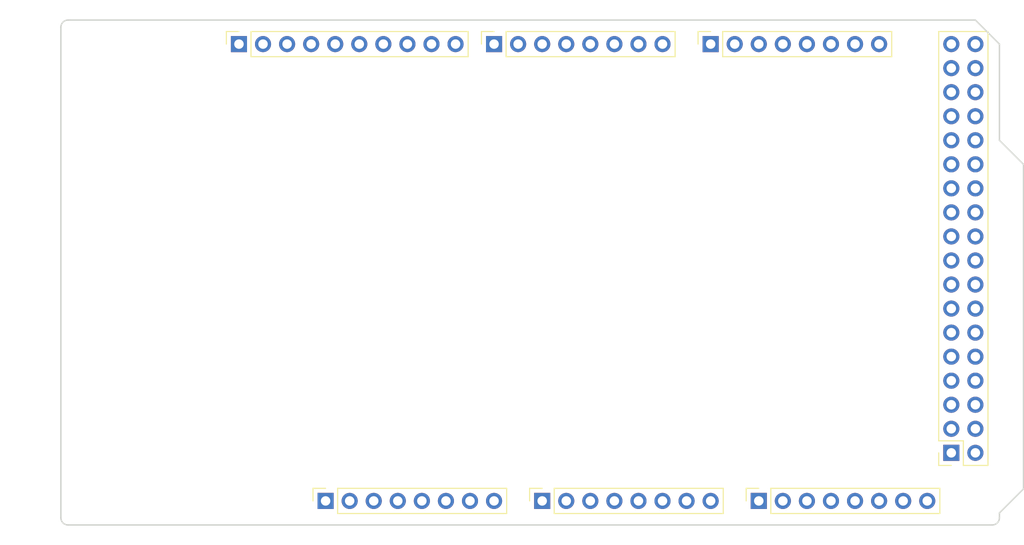
<source format=kicad_pcb>
(kicad_pcb (version 20211014) (generator pcbnew)
  (title_block (date "mar. 31 mars 2015"))
  (layers (0 "F.Cu" signal) (31 "B.Cu" signal) (34 "B.Paste" user) (35 "F.Paste" user) (36 "B.SilkS" user "B.Silkscreen") (37 "F.SilkS" user "F.Silkscreen") (38 "B.Mask" user) (39 "F.Mask" user) (44 "Edge.Cuts" user))
  (net 0 "")
  (net 1 "GND")
  (net 2 "/*52")
  (net 3 "/53")
  (net 4 "/50")
  (net 5 "/51")
  (net 6 "/48")
  (net 7 "/49")
  (net 8 "/*46")
  (net 9 "/47")
  (net 10 "/*44")
  (net 11 "/*45")
  (net 12 "/42")
  (net 13 "/43")
  (net 14 "/40")
  (net 15 "/41")
  (net 16 "/38")
  (net 17 "/39")
  (net 18 "/36")
  (net 19 "/37")
  (net 20 "/34")
  (net 21 "/35")
  (net 22 "/32")
  (net 23 "/33")
  (net 24 "/30")
  (net 25 "/31")
  (net 26 "/28")
  (net 27 "/29")
  (net 28 "/26")
  (net 29 "/27")
  (net 30 "/24")
  (net 31 "/25")
  (net 32 "/22")
  (net 33 "/23")
  (net 34 "+5V")
  (net 35 "/IOREF")
  (net 36 "/A0")
  (net 37 "/A1")
  (net 38 "/A2")
  (net 39 "/A3")
  (net 40 "/A4")
  (net 41 "/A5")
  (net 42 "/A6")
  (net 43 "/A7")
  (net 44 "/A8")
  (net 45 "/A9")
  (net 46 "/A10")
  (net 47 "/A11")
  (net 48 "/A12")
  (net 49 "/A13")
  (net 50 "/A14")
  (net 51 "/A15")
  (net 52 "/AREF")
  (net 53 "/*13")
  (net 54 "/*12")
  (net 55 "/*11")
  (net 56 "/*10")
  (net 57 "/*9")
  (net 58 "/*8")
  (net 59 "/*7")
  (net 60 "/*6")
  (net 61 "/*5")
  (net 62 "/*4")
  (net 63 "/*3")
  (net 64 "/*2")
  (net 65 "/TX0{slash}1")
  (net 66 "/RX0{slash}0")
  (net 67 "+3V3")
  (net 68 "/TX3{slash}14")
  (net 69 "/RX3{slash}15")
  (net 70 "/TX2{slash}16")
  (net 71 "/RX2{slash}17")
  (net 72 "/TX1{slash}18")
  (net 73 "/RX1{slash}19")
  (net 74 "/SDA{slash}20")
  (net 75 "/SCL{slash}21")
  (net 76 "VCC")
  (net 77 "/~{RESET}")
  (footprint "Connector_PinSocket_2.54mm:PinSocket_2x18_P2.54mm_Vertical" (layer "F.Cu") (at 193.98 92.38 180)
    (fp_text reference "J7" hide)
    (fp_text value "Digital")
    (fp_line (start -1.27 -1.33) (end -1.27 1.27) (layer "F.SilkS") (width 0.12))
    (fp_line (start 1.33 1.27) (end 1.33 44.51) (layer "F.SilkS") (width 0.12))
    (fp_line (start 0 -1.33) (end 1.33 -1.33) (layer "F.SilkS") (width 0.12))
    (fp_line (start -1.27 1.27) (end 1.33 1.27) (layer "F.SilkS") (width 0.12))
    (fp_line (start 1.33 -1.33) (end 1.33 0) (layer "F.SilkS") (width 0.12))
    (fp_line (start -3.87 44.51) (end 1.33 44.51) (layer "F.SilkS") (width 0.12))
    (fp_line (start -3.87 -1.33) (end -1.27 -1.33) (layer "F.SilkS") (width 0.12))
    (fp_line (start -3.87 -1.33) (end -3.87 44.51) (layer "F.SilkS") (width 0.12))
    (pad "1" thru_hole rect locked (at 0 0 180) (size 1.7 1.7) (drill 1) (layers *.Cu *.Mask) (net 1 "GND"))
    (pad "2" thru_hole oval locked (at -2.54 0 180) (size 1.7 1.7) (drill 1) (layers *.Cu *.Mask) (net 1 "GND"))
    (pad "3" thru_hole oval locked (at 0 2.54 180) (size 1.7 1.7) (drill 1) (layers *.Cu *.Mask) (net 2 "/*52"))
    (pad "4" thru_hole oval locked (at -2.54 2.54 180) (size 1.7 1.7) (drill 1) (layers *.Cu *.Mask) (net 3 "/53"))
    (pad "5" thru_hole oval locked (at 0 5.08 180) (size 1.7 1.7) (drill 1) (layers *.Cu *.Mask) (net 4 "/50"))
    (pad "6" thru_hole oval locked (at -2.54 5.08 180) (size 1.7 1.7) (drill 1) (layers *.Cu *.Mask) (net 5 "/51"))
    (pad "7" thru_hole oval locked (at 0 7.62 180) (size 1.7 1.7) (drill 1) (layers *.Cu *.Mask) (net 6 "/48"))
    (pad "8" thru_hole oval locked (at -2.54 7.62 180) (size 1.7 1.7) (drill 1) (layers *.Cu *.Mask) (net 7 "/49"))
    (pad "9" thru_hole oval locked (at 0 10.16 180) (size 1.7 1.7) (drill 1) (layers *.Cu *.Mask) (net 8 "/*46"))
    (pad "10" thru_hole oval locked (at -2.54 10.16 180) (size 1.7 1.7) (drill 1) (layers *.Cu *.Mask) (net 9 "/47"))
    (pad "11" thru_hole oval locked (at 0 12.7 180) (size 1.7 1.7) (drill 1) (layers *.Cu *.Mask) (net 10 "/*44"))
    (pad "12" thru_hole oval locked (at -2.54 12.7 180) (size 1.7 1.7) (drill 1) (layers *.Cu *.Mask) (net 11 "/*45"))
    (pad "13" thru_hole oval locked (at 0 15.24 180) (size 1.7 1.7) (drill 1) (layers *.Cu *.Mask) (net 12 "/42"))
    (pad "14" thru_hole oval locked (at -2.54 15.24 180) (size 1.7 1.7) (drill 1) (layers *.Cu *.Mask) (net 13 "/43"))
    (pad "15" thru_hole oval locked (at 0 17.78 180) (size 1.7 1.7) (drill 1) (layers *.Cu *.Mask) (net 14 "/40"))
    (pad "16" thru_hole oval locked (at -2.54 17.78 180) (size 1.7 1.7) (drill 1) (layers *.Cu *.Mask) (net 15 "/41"))
    (pad "17" thru_hole oval locked (at 0 20.32 180) (size 1.7 1.7) (drill 1) (layers *.Cu *.Mask) (net 16 "/38"))
    (pad "18" thru_hole oval locked (at -2.54 20.32 180) (size 1.7 1.7) (drill 1) (layers *.Cu *.Mask) (net 17 "/39"))
    (pad "19" thru_hole oval locked (at 0 22.86 180) (size 1.7 1.7) (drill 1) (layers *.Cu *.Mask) (net 18 "/36"))
    (pad "20" thru_hole oval locked (at -2.54 22.86 180) (size 1.7 1.7) (drill 1) (layers *.Cu *.Mask) (net 19 "/37"))
    (pad "21" thru_hole oval locked (at 0 25.4 180) (size 1.7 1.7) (drill 1) (layers *.Cu *.Mask) (net 20 "/34"))
    (pad "22" thru_hole oval locked (at -2.54 25.4 180) (size 1.7 1.7) (drill 1) (layers *.Cu *.Mask) (net 21 "/35"))
    (pad "23" thru_hole oval locked (at 0 27.94 180) (size 1.7 1.7) (drill 1) (layers *.Cu *.Mask) (net 22 "/32"))
    (pad "24" thru_hole oval locked (at -2.54 27.94 180) (size 1.7 1.7) (drill 1) (layers *.Cu *.Mask) (net 23 "/33"))
    (pad "25" thru_hole oval locked (at 0 30.48 180) (size 1.7 1.7) (drill 1) (layers *.Cu *.Mask) (net 24 "/30"))
    (pad "26" thru_hole oval locked (at -2.54 30.48 180) (size 1.7 1.7) (drill 1) (layers *.Cu *.Mask) (net 25 "/31"))
    (pad "27" thru_hole oval locked (at 0 33.02 180) (size 1.7 1.7) (drill 1) (layers *.Cu *.Mask) (net 26 "/28"))
    (pad "28" thru_hole oval locked (at -2.54 33.02 180) (size 1.7 1.7) (drill 1) (layers *.Cu *.Mask) (net 27 "/29"))
    (pad "29" thru_hole oval locked (at 0 35.56 180) (size 1.7 1.7) (drill 1) (layers *.Cu *.Mask) (net 28 "/26"))
    (pad "30" thru_hole oval locked (at -2.54 35.56 180) (size 1.7 1.7) (drill 1) (layers *.Cu *.Mask) (net 29 "/27"))
    (pad "31" thru_hole oval locked (at 0 38.1 180) (size 1.7 1.7) (drill 1) (layers *.Cu *.Mask) (net 30 "/24"))
    (pad "32" thru_hole oval locked (at -2.54 38.1 180) (size 1.7 1.7) (drill 1) (layers *.Cu *.Mask) (net 31 "/25"))
    (pad "33" thru_hole oval locked (at 0 40.64 180) (size 1.7 1.7) (drill 1) (layers *.Cu *.Mask) (net 32 "/22"))
    (pad "34" thru_hole oval locked (at -2.54 40.64 180) (size 1.7 1.7) (drill 1) (layers *.Cu *.Mask) (net 33 "/23"))
    (pad "35" thru_hole oval locked (at 0 43.18 180) (size 1.7 1.7) (drill 1) (layers *.Cu *.Mask) (net 34 "+5V"))
    (pad "36" thru_hole oval locked (at -2.54 43.18 180) (size 1.7 1.7) (drill 1) (layers *.Cu *.Mask) (net 34 "+5V"))
  )
  (footprint "Connector_PinSocket_2.54mm:PinSocket_1x08_P2.54mm_Vertical" (layer "F.Cu") (at 127.94 97.46 90)
    (fp_text reference "J1" hide)
    (fp_text value "Power")
    (fp_line (start -1.33 1.27) (end -1.33 19.11) (layer "F.SilkS") (width 0.12))
    (fp_line (start -1.33 1.27) (end 1.33 1.27) (layer "F.SilkS") (width 0.12))
    (fp_line (start -1.33 19.11) (end 1.33 19.11) (layer "F.SilkS") (width 0.12))
    (fp_line (start 1.33 1.27) (end 1.33 19.11) (layer "F.SilkS") (width 0.12))
    (fp_line (start 0 -1.33) (end 1.33 -1.33) (layer "F.SilkS") (width 0.12))
    (fp_line (start 1.33 -1.33) (end 1.33 0) (layer "F.SilkS") (width 0.12))
    (pad "1" thru_hole rect locked (at 0 0 90) (size 1.7 1.7) (drill 1) (layers *.Cu *.Mask))
    (pad "2" thru_hole oval locked (at 0 2.54 90) (size 1.7 1.7) (drill 1) (layers *.Cu *.Mask) (net 35 "/IOREF"))
    (pad "3" thru_hole oval locked (at 0 5.08 90) (size 1.7 1.7) (drill 1) (layers *.Cu *.Mask) (net 77 "/~{RESET}"))
    (pad "4" thru_hole oval locked (at 0 7.62 90) (size 1.7 1.7) (drill 1) (layers *.Cu *.Mask) (net 67 "+3V3"))
    (pad "5" thru_hole oval locked (at 0 10.16 90) (size 1.7 1.7) (drill 1) (layers *.Cu *.Mask) (net 34 "+5V"))
    (pad "6" thru_hole oval locked (at 0 12.7 90) (size 1.7 1.7) (drill 1) (layers *.Cu *.Mask) (net 1 "GND"))
    (pad "7" thru_hole oval locked (at 0 15.24 90) (size 1.7 1.7) (drill 1) (layers *.Cu *.Mask) (net 1 "GND"))
    (pad "8" thru_hole oval locked (at 0 17.78 90) (size 1.7 1.7) (drill 1) (layers *.Cu *.Mask) (net 76 "VCC"))
  )
  (footprint "Connector_PinSocket_2.54mm:PinSocket_1x08_P2.54mm_Vertical" (layer "F.Cu") (at 150.8 97.46 90)
    (fp_text reference "J3" hide)
    (fp_text value "Analog")
    (fp_line (start -1.33 1.27) (end -1.33 19.11) (layer "F.SilkS") (width 0.12))
    (fp_line (start 1.33 1.27) (end 1.33 19.11) (layer "F.SilkS") (width 0.12))
    (fp_line (start 0 -1.33) (end 1.33 -1.33) (layer "F.SilkS") (width 0.12))
    (fp_line (start 1.33 -1.33) (end 1.33 0) (layer "F.SilkS") (width 0.12))
    (fp_line (start -1.33 1.27) (end 1.33 1.27) (layer "F.SilkS") (width 0.12))
    (fp_line (start -1.33 19.11) (end 1.33 19.11) (layer "F.SilkS") (width 0.12))
    (pad "1" thru_hole rect locked (at 0 0 90) (size 1.7 1.7) (drill 1) (layers *.Cu *.Mask) (net 36 "/A0"))
    (pad "2" thru_hole oval locked (at 0 2.54 90) (size 1.7 1.7) (drill 1) (layers *.Cu *.Mask) (net 37 "/A1"))
    (pad "3" thru_hole oval locked (at 0 5.08 90) (size 1.7 1.7) (drill 1) (layers *.Cu *.Mask) (net 38 "/A2"))
    (pad "4" thru_hole oval locked (at 0 7.62 90) (size 1.7 1.7) (drill 1) (layers *.Cu *.Mask) (net 39 "/A3"))
    (pad "5" thru_hole oval locked (at 0 10.16 90) (size 1.7 1.7) (drill 1) (layers *.Cu *.Mask) (net 40 "/A4"))
    (pad "6" thru_hole oval locked (at 0 12.7 90) (size 1.7 1.7) (drill 1) (layers *.Cu *.Mask) (net 41 "/A5"))
    (pad "7" thru_hole oval locked (at 0 15.24 90) (size 1.7 1.7) (drill 1) (layers *.Cu *.Mask) (net 42 "/A6"))
    (pad "8" thru_hole oval locked (at 0 17.78 90) (size 1.7 1.7) (drill 1) (layers *.Cu *.Mask) (net 43 "/A7"))
  )
  (footprint "Connector_PinSocket_2.54mm:PinSocket_1x08_P2.54mm_Vertical" (layer "F.Cu") (at 173.66 97.46 90)
    (fp_text reference "J5" hide)
    (fp_text value "Analog")
    (fp_line (start -1.33 1.27) (end -1.33 19.11) (layer "F.SilkS") (width 0.12))
    (fp_line (start 0 -1.33) (end 1.33 -1.33) (layer "F.SilkS") (width 0.12))
    (fp_line (start -1.33 19.11) (end 1.33 19.11) (layer "F.SilkS") (width 0.12))
    (fp_line (start 1.33 -1.33) (end 1.33 0) (layer "F.SilkS") (width 0.12))
    (fp_line (start -1.33 1.27) (end 1.33 1.27) (layer "F.SilkS") (width 0.12))
    (fp_line (start 1.33 1.27) (end 1.33 19.11) (layer "F.SilkS") (width 0.12))
    (pad "1" thru_hole rect locked (at 0 0 90) (size 1.7 1.7) (drill 1) (layers *.Cu *.Mask) (net 44 "/A8"))
    (pad "2" thru_hole oval locked (at 0 2.54 90) (size 1.7 1.7) (drill 1) (layers *.Cu *.Mask) (net 45 "/A9"))
    (pad "3" thru_hole oval locked (at 0 5.08 90) (size 1.7 1.7) (drill 1) (layers *.Cu *.Mask) (net 46 "/A10"))
    (pad "4" thru_hole oval locked (at 0 7.62 90) (size 1.7 1.7) (drill 1) (layers *.Cu *.Mask) (net 47 "/A11"))
    (pad "5" thru_hole oval locked (at 0 10.16 90) (size 1.7 1.7) (drill 1) (layers *.Cu *.Mask) (net 48 "/A12"))
    (pad "6" thru_hole oval locked (at 0 12.7 90) (size 1.7 1.7) (drill 1) (layers *.Cu *.Mask) (net 49 "/A13"))
    (pad "7" thru_hole oval locked (at 0 15.24 90) (size 1.7 1.7) (drill 1) (layers *.Cu *.Mask) (net 50 "/A14"))
    (pad "8" thru_hole oval locked (at 0 17.78 90) (size 1.7 1.7) (drill 1) (layers *.Cu *.Mask) (net 51 "/A15"))
  )
  (footprint "Connector_PinSocket_2.54mm:PinSocket_1x10_P2.54mm_Vertical" (layer "F.Cu") (at 118.796 49.2 90)
    (fp_text reference "J2" hide)
    (fp_text value "PWM")
    (fp_line (start -1.33 1.27) (end 1.33 1.27) (layer "F.SilkS") (width 0.12))
    (fp_line (start 1.33 1.27) (end 1.33 24.19) (layer "F.SilkS") (width 0.12))
    (fp_line (start -1.33 24.19) (end 1.33 24.19) (layer "F.SilkS") (width 0.12))
    (fp_line (start 0 -1.33) (end 1.33 -1.33) (layer "F.SilkS") (width 0.12))
    (fp_line (start 1.33 -1.33) (end 1.33 0) (layer "F.SilkS") (width 0.12))
    (fp_line (start -1.33 1.27) (end -1.33 24.19) (layer "F.SilkS") (width 0.12))
    (pad "1" thru_hole rect locked (at 0 0 90) (size 1.7 1.7) (drill 1) (layers *.Cu *.Mask) (net 75 "/SCL{slash}21"))
    (pad "2" thru_hole oval locked (at 0 2.54 90) (size 1.7 1.7) (drill 1) (layers *.Cu *.Mask) (net 74 "/SDA{slash}20"))
    (pad "3" thru_hole oval locked (at 0 5.08 90) (size 1.7 1.7) (drill 1) (layers *.Cu *.Mask) (net 52 "/AREF"))
    (pad "4" thru_hole oval locked (at 0 7.62 90) (size 1.7 1.7) (drill 1) (layers *.Cu *.Mask) (net 1 "GND"))
    (pad "5" thru_hole oval locked (at 0 10.16 90) (size 1.7 1.7) (drill 1) (layers *.Cu *.Mask) (net 53 "/*13"))
    (pad "6" thru_hole oval locked (at 0 12.7 90) (size 1.7 1.7) (drill 1) (layers *.Cu *.Mask) (net 54 "/*12"))
    (pad "7" thru_hole oval locked (at 0 15.24 90) (size 1.7 1.7) (drill 1) (layers *.Cu *.Mask) (net 55 "/*11"))
    (pad "8" thru_hole oval locked (at 0 17.78 90) (size 1.7 1.7) (drill 1) (layers *.Cu *.Mask) (net 56 "/*10"))
    (pad "9" thru_hole oval locked (at 0 20.32 90) (size 1.7 1.7) (drill 1) (layers *.Cu *.Mask) (net 57 "/*9"))
    (pad "10" thru_hole oval locked (at 0 22.86 90) (size 1.7 1.7) (drill 1) (layers *.Cu *.Mask) (net 58 "/*8"))
  )
  (footprint "Connector_PinSocket_2.54mm:PinSocket_1x08_P2.54mm_Vertical" (layer "F.Cu") (at 145.72 49.2 90)
    (fp_text reference "J4" hide)
    (fp_text value "PWM")
    (fp_line (start 0 -1.33) (end 1.33 -1.33) (layer "F.SilkS") (width 0.12))
    (fp_line (start -1.33 1.27) (end -1.33 19.11) (layer "F.SilkS") (width 0.12))
    (fp_line (start -1.33 19.11) (end 1.33 19.11) (layer "F.SilkS") (width 0.12))
    (fp_line (start -1.33 1.27) (end 1.33 1.27) (layer "F.SilkS") (width 0.12))
    (fp_line (start 1.33 1.27) (end 1.33 19.11) (layer "F.SilkS") (width 0.12))
    (fp_line (start 1.33 -1.33) (end 1.33 0) (layer "F.SilkS") (width 0.12))
    (pad "1" thru_hole rect locked (at 0 0 90) (size 1.7 1.7) (drill 1) (layers *.Cu *.Mask) (net 59 "/*7"))
    (pad "2" thru_hole oval locked (at 0 2.54 90) (size 1.7 1.7) (drill 1) (layers *.Cu *.Mask) (net 60 "/*6"))
    (pad "3" thru_hole oval locked (at 0 5.08 90) (size 1.7 1.7) (drill 1) (layers *.Cu *.Mask) (net 61 "/*5"))
    (pad "4" thru_hole oval locked (at 0 7.62 90) (size 1.7 1.7) (drill 1) (layers *.Cu *.Mask) (net 62 "/*4"))
    (pad "5" thru_hole oval locked (at 0 10.16 90) (size 1.7 1.7) (drill 1) (layers *.Cu *.Mask) (net 63 "/*3"))
    (pad "6" thru_hole oval locked (at 0 12.7 90) (size 1.7 1.7) (drill 1) (layers *.Cu *.Mask) (net 64 "/*2"))
    (pad "7" thru_hole oval locked (at 0 15.24 90) (size 1.7 1.7) (drill 1) (layers *.Cu *.Mask) (net 65 "/TX0{slash}1"))
    (pad "8" thru_hole oval locked (at 0 17.78 90) (size 1.7 1.7) (drill 1) (layers *.Cu *.Mask) (net 66 "/RX0{slash}0"))
  )
  (footprint "Connector_PinSocket_2.54mm:PinSocket_1x08_P2.54mm_Vertical" (layer "F.Cu") (at 168.58 49.2 90)
    (fp_text reference "J6" hide)
    (fp_text value "Communication")
    (fp_line (start 0 -1.33) (end 1.33 -1.33) (layer "F.SilkS") (width 0.12))
    (fp_line (start -1.33 1.27) (end 1.33 1.27) (layer "F.SilkS") (width 0.12))
    (fp_line (start 1.33 -1.33) (end 1.33 0) (layer "F.SilkS") (width 0.12))
    (fp_line (start 1.33 1.27) (end 1.33 19.11) (layer "F.SilkS") (width 0.12))
    (fp_line (start -1.33 1.27) (end -1.33 19.11) (layer "F.SilkS") (width 0.12))
    (fp_line (start -1.33 19.11) (end 1.33 19.11) (layer "F.SilkS") (width 0.12))
    (pad "1" thru_hole rect locked (at 0 0 90) (size 1.7 1.7) (drill 1) (layers *.Cu *.Mask) (net 68 "/TX3{slash}14"))
    (pad "2" thru_hole oval locked (at 0 2.54 90) (size 1.7 1.7) (drill 1) (layers *.Cu *.Mask) (net 69 "/RX3{slash}15"))
    (pad "3" thru_hole oval locked (at 0 5.08 90) (size 1.7 1.7) (drill 1) (layers *.Cu *.Mask) (net 70 "/TX2{slash}16"))
    (pad "4" thru_hole oval locked (at 0 7.62 90) (size 1.7 1.7) (drill 1) (layers *.Cu *.Mask) (net 71 "/RX2{slash}17"))
    (pad "5" thru_hole oval locked (at 0 10.16 90) (size 1.7 1.7) (drill 1) (layers *.Cu *.Mask) (net 72 "/TX1{slash}18"))
    (pad "6" thru_hole oval locked (at 0 12.7 90) (size 1.7 1.7) (drill 1) (layers *.Cu *.Mask) (net 73 "/RX1{slash}19"))
    (pad "7" thru_hole oval locked (at 0 15.24 90) (size 1.7 1.7) (drill 1) (layers *.Cu *.Mask) (net 74 "/SDA{slash}20"))
    (pad "8" thru_hole oval locked (at 0 17.78 90) (size 1.7 1.7) (drill 1) (layers *.Cu *.Mask) (net 75 "/SCL{slash}21"))
  )
  (footprint "Arduino_MountingHole:MountingHole_3.2mm" (layer "F.Cu") (at 196.52 97.46)
    (fp_text reference "MH6" hide)
    (fp_text value "MountingHole_3.2mm" hide)
    (pad "" np_thru_hole circle locked (at 0 0) (size 3.2 3.2) (drill 3.2) (layers *.Cu *.Mask))
  )
  (footprint "Arduino_MountingHole:MountingHole_3.2mm" (layer "F.Cu") (at 115.24 49.2)
    (fp_text reference "MH1" hide)
    (fp_text value "MountingHole_3.2mm" hide)
    (pad "" np_thru_hole circle locked (at 0 0) (size 3.2 3.2) (drill 3.2) (layers *.Cu *.Mask))
  )
  (footprint "Arduino_MountingHole:MountingHole_3.2mm" (layer "F.Cu") (at 113.97 97.46)
    (fp_text reference "MH2" hide)
    (fp_text value "MountingHole_3.2mm" hide)
    (pad "" np_thru_hole circle locked (at 0 0) (size 3.2 3.2) (drill 3.2) (layers *.Cu *.Mask))
  )
  (footprint "Arduino_MountingHole:MountingHole_3.2mm" (layer "F.Cu") (at 166.04 64.44)
    (fp_text reference "MH3" hide)
    (fp_text value "MountingHole_3.2mm" hide)
    (pad "" np_thru_hole circle locked (at 0 0) (size 3.2 3.2) (drill 3.2) (layers *.Cu *.Mask))
  )
  (footprint "Arduino_MountingHole:MountingHole_3.2mm" (layer "F.Cu") (at 166.04 92.38)
    (fp_text reference "MH4" hide)
    (fp_text value "MountingHole_3.2mm" hide)
    (pad "" np_thru_hole circle locked (at 0 0) (size 3.2 3.2) (drill 3.2) (layers *.Cu *.Mask))
  )
  (footprint "Arduino_MountingHole:MountingHole_3.2mm" (layer "F.Cu") (at 190.17 49.2)
    (fp_text reference "MH5" hide)
    (fp_text value "MountingHole_3.2mm" hide)
    (pad "" np_thru_hole circle locked (at 0 0) (size 3.2 3.2) (drill 3.2) (layers *.Cu *.Mask))
  )
  (gr_line (start 199.06 59.36) (end 201.6 61.9) (layer "Edge.Cuts") (width 0.15))
  (gr_line (start 100 99.238) (end 100 47.422) (layer "Edge.Cuts") (width 0.15))
  (gr_line (start 201.6 61.9) (end 201.6 96.19) (layer "Edge.Cuts") (width 0.15))
  (gr_line (start 198.298 100) (end 100.762 100) (layer "Edge.Cuts") (width 0.15))
  (gr_line (start 100.762 46.66) (end 196.52 46.66) (layer "Edge.Cuts") (width 0.15))
  (gr_arc (start 100.762 100) (mid 100.223185 99.776815) (end 100 99.238) (layer "Edge.Cuts") (width 0.15))
  (gr_line (start 201.6 96.19) (end 199.06 98.73) (layer "Edge.Cuts") (width 0.15))
  (gr_line (start 196.52 46.66) (end 199.06 49.2) (layer "Edge.Cuts") (width 0.15))
  (gr_arc (start 199.06 99.238) (mid 198.836815 99.776815) (end 198.298 100) (layer "Edge.Cuts") (width 0.15))
  (gr_line (start 199.06 49.2) (end 199.06 59.36) (layer "Edge.Cuts") (width 0.15))
  (gr_line (start 199.06 98.73) (end 199.06 99.238) (layer "Edge.Cuts") (width 0.15))
  (gr_arc (start 100 47.422) (mid 100.223185 46.883185) (end 100.762 46.66) (layer "Edge.Cuts") (width 0.15))
)
</source>
